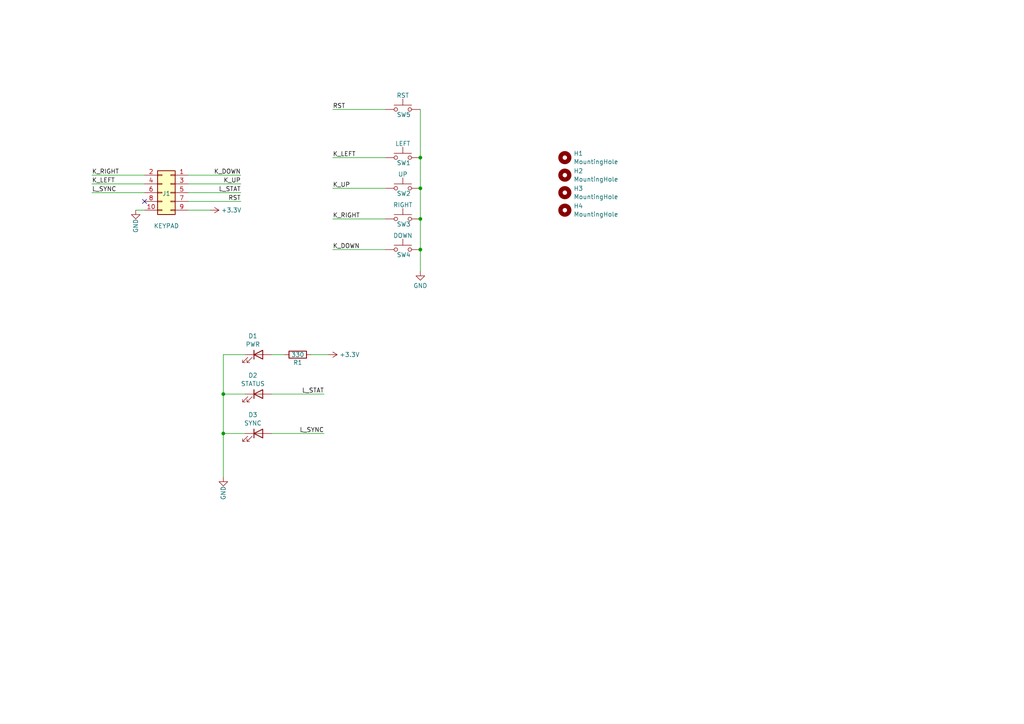
<source format=kicad_sch>
(kicad_sch (version 20231120) (generator "eeschema") (generator_version "8.0")
  (paper "A4")
  (lib_symbols
    (symbol "Connector_Generic:Conn_02x05_Odd_Even" (pin_names (offset 1.016) hide)
      (property "Reference" "J" (at 1.27 7.62 0))
      (property "Value" "Conn_02x05_Odd_Even" (at 1.27 -7.62 0))
      (symbol "Conn_02x05_Odd_Even_1_1"
        (rectangle (start -1.27 -4.953) (end 0 -5.207) (stroke (width 0.1524)))
        (rectangle (start -1.27 -2.413) (end 0 -2.667) (stroke (width 0.1524)))
        (rectangle (start -1.27 0.127) (end 0 -0.127) (stroke (width 0.1524)))
        (rectangle (start -1.27 2.667) (end 0 2.413) (stroke (width 0.1524)))
        (rectangle (start -1.27 5.207) (end 0 4.953) (stroke (width 0.1524)))
        (rectangle (start -1.27 6.35) (end 3.81 -6.35) (stroke (width 0.254)) (fill (type background)))
        (rectangle (start 3.81 -4.953) (end 2.54 -5.207) (stroke (width 0.1524)))
        (rectangle (start 3.81 -2.413) (end 2.54 -2.667) (stroke (width 0.1524)))
        (rectangle (start 3.81 0.127) (end 2.54 -0.127) (stroke (width 0.1524)))
        (rectangle (start 3.81 2.667) (end 2.54 2.413) (stroke (width 0.1524)))
        (rectangle (start 3.81 5.207) (end 2.54 4.953) (stroke (width 0.1524)))
        (pin passive line (at -5.08 5.08 0) (length 3.81) (name "Pin_1") (number "1"))
        (pin passive line (at 7.62 -5.08 180) (length 3.81) (name "Pin_10") (number "10"))
        (pin passive line (at 7.62 5.08 180) (length 3.81) (name "Pin_2") (number "2"))
        (pin passive line (at -5.08 2.54 0) (length 3.81) (name "Pin_3") (number "3"))
        (pin passive line (at 7.62 2.54 180) (length 3.81) (name "Pin_4") (number "4"))
        (pin passive line (at -5.08 0 0) (length 3.81) (name "Pin_5") (number "5"))
        (pin passive line (at 7.62 0 180) (length 3.81) (name "Pin_6") (number "6"))
        (pin passive line (at -5.08 -2.54 0) (length 3.81) (name "Pin_7") (number "7"))
        (pin passive line (at 7.62 -2.54 180) (length 3.81) (name "Pin_8") (number "8"))
        (pin passive line (at -5.08 -5.08 0) (length 3.81) (name "Pin_9") (number "9"))
      )
    )
    (symbol "Device:LED" (pin_numbers hide) (pin_names (offset 1.016) hide)
      (property "Reference" "D" (at 0 2.54 0))
      (property "Value" "LED" (at 0 -2.54 0))
      (symbol "LED_0_1"
        (polyline (pts (xy -1.27 -1.27) (xy -1.27 1.27)) (stroke (width 0.254)))
        (polyline (pts (xy -1.27 0) (xy 1.27 0)))
        (polyline (pts (xy 1.27 -1.27) (xy 1.27 1.27) (xy -1.27 0) (xy 1.27 -1.27)) (stroke (width 0.254)))
        (polyline (pts (xy -3.048 -0.762) (xy -4.572 -2.286) (xy -3.81 -2.286) (xy -4.572 -2.286) (xy -4.572 -1.524)))
        (polyline (pts (xy -1.778 -0.762) (xy -3.302 -2.286) (xy -2.54 -2.286) (xy -3.302 -2.286) (xy -3.302 -1.524)))
      )
      (symbol "LED_1_1"
        (pin passive line (at -3.81 0 0) (length 2.54) (name "K") (number "1"))
        (pin passive line (at 3.81 0 180) (length 2.54) (name "A") (number "2"))
      )
    )
    (symbol "Device:R" (pin_numbers hide) (pin_names (offset 0))
      (property "Reference" "R" (at 2.032 0 90))
      (property "Value" "R" (at 0 0 90))
      (symbol "R_0_1"
        (rectangle (start -1.016 -2.54) (end 1.016 2.54) (stroke (width 0.254)))
      )
      (symbol "R_1_1"
        (pin passive line (at 0 3.81 270) (length 1.27) (name "~") (number "1"))
        (pin passive line (at 0 -3.81 90) (length 1.27) (name "~") (number "2"))
      )
    )
    (symbol "Mechanical:MountingHole" (pin_names (offset 1.016))
      (property "Reference" "H" (at 0 5.08 0))
      (property "Value" "MountingHole" (at 0 3.175 0))
      (symbol "MountingHole_0_1"
        (circle (center 0 0) (radius 1.27) (stroke (width 1.27)))
      )
    )
    (symbol "Switch:SW_Push" (pin_numbers hide) (pin_names (offset 1.016) hide)
      (property "Reference" "SW" (at 1.27 2.54 0))
      (property "Value" "SW_Push" (at 0 -1.524 0))
      (symbol "SW_Push_0_1"
        (circle (center -2.032 0) (radius 0.508))
        (polyline (pts (xy 0 1.27) (xy 0 3.048)))
        (polyline (pts (xy 2.54 1.27) (xy -2.54 1.27)))
        (circle (center 2.032 0) (radius 0.508))
        (pin passive line (at -5.08 0 0) (length 2.54) (name "1") (number "1"))
        (pin passive line (at 5.08 0 180) (length 2.54) (name "2") (number "2"))
      )
    )
    (symbol "power:+3.3V" (power) (pin_numbers hide) (pin_names (offset 0) hide)
      (property "Value" "+3.3V" (at 0 3.556 0))
      (symbol "+3.3V_0_1"
        (polyline (pts (xy -0.762 1.27) (xy 0 2.54)))
        (polyline (pts (xy 0 0) (xy 0 2.54)))
        (polyline (pts (xy 0 2.54) (xy 0.762 1.27)))
      )
      (symbol "+3.3V_1_1"
        (pin power_in line (at 0 0 90) (length 0) (name "~") (number "1"))
      )
    )
    (symbol "power:GND" (power) (pin_numbers hide) (pin_names (offset 0) hide)
      (property "Value" "GND" (at 0 -3.81 0))
      (symbol "GND_0_1"
        (polyline (pts (xy 0 0) (xy 0 -1.27) (xy 1.27 -1.27) (xy 0 -2.54) (xy -1.27 -1.27) (xy 0 -1.27)))
      )
      (symbol "GND_1_1"
        (pin power_in line (at 0 0 270) (length 0) (name "~") (number "1"))
      )
    )
  )
  (junction (at 64.77 114.3))
  (junction (at 121.92 72.39))
  (junction (at 64.77 125.73))
  (junction (at 121.92 45.72))
  (junction (at 121.92 63.5))
  (junction (at 121.92 54.61))
  (no_connect (at 41.91 58.42))
  (wire (pts (xy 41.91 55.88) (xy 26.67 55.88)))
  (wire (pts (xy 121.92 72.39) (xy 121.92 78.74)))
  (wire (pts (xy 64.77 125.73) (xy 64.77 138.43)))
  (wire (pts (xy 64.77 114.3) (xy 71.12 114.3)))
  (wire (pts (xy 41.91 60.96) (xy 39.37 60.96)))
  (wire (pts (xy 64.77 102.87) (xy 64.77 114.3)))
  (wire (pts (xy 90.17 102.87) (xy 95.25 102.87)))
  (wire (pts (xy 54.61 50.8) (xy 69.85 50.8)))
  (wire (pts (xy 54.61 60.96) (xy 60.96 60.96)))
  (wire (pts (xy 111.76 31.75) (xy 96.52 31.75)))
  (wire (pts (xy 111.76 63.5) (xy 96.52 63.5)))
  (wire (pts (xy 78.74 102.87) (xy 82.55 102.87)))
  (wire (pts (xy 111.76 45.72) (xy 96.52 45.72)))
  (wire (pts (xy 54.61 55.88) (xy 69.85 55.88)))
  (wire (pts (xy 121.92 63.5) (xy 121.92 72.39)))
  (wire (pts (xy 71.12 102.87) (xy 64.77 102.87)))
  (wire (pts (xy 54.61 53.34) (xy 69.85 53.34)))
  (wire (pts (xy 121.92 31.75) (xy 121.92 45.72)))
  (wire (pts (xy 111.76 54.61) (xy 96.52 54.61)))
  (wire (pts (xy 64.77 125.73) (xy 71.12 125.73)))
  (wire (pts (xy 41.91 50.8) (xy 26.67 50.8)))
  (wire (pts (xy 64.77 114.3) (xy 64.77 125.73)))
  (wire (pts (xy 78.74 114.3) (xy 93.98 114.3)))
  (wire (pts (xy 121.92 45.72) (xy 121.92 54.61)))
  (wire (pts (xy 54.61 58.42) (xy 69.85 58.42)))
  (wire (pts (xy 41.91 53.34) (xy 26.67 53.34)))
  (wire (pts (xy 111.76 72.39) (xy 96.52 72.39)))
  (wire (pts (xy 121.92 54.61) (xy 121.92 63.5)))
  (wire (pts (xy 78.74 125.73) (xy 93.98 125.73)))
  (label "K_UP" (at 69.85 53.34 180))
  (label "K_DOWN" (at 96.52 72.39 0))
  (label "K_RIGHT" (at 96.52 63.5 0))
  (label "L_SYNC" (at 93.98 125.73 180))
  (label "L_STAT" (at 69.85 55.88 180))
  (label "L_SYNC" (at 26.67 55.88 0))
  (label "RST" (at 96.52 31.75 0))
  (label "K_RIGHT" (at 26.67 50.8 0))
  (label "K_DOWN" (at 69.85 50.8 180))
  (label "K_LEFT" (at 26.67 53.34 0))
  (label "L_STAT" (at 93.98 114.3 180))
  (label "K_UP" (at 96.52 54.61 0))
  (label "K_LEFT" (at 96.52 45.72 0))
  (label "RST" (at 69.85 58.42 180))
  (symbol (lib_id "Mechanical:MountingHole") (at 163.83 50.8 0) (unit 1)
    (property "Reference" "H2" (at 166.37 49.5878 0) (effects (justify left)))
    (property "Value" "MountingHole" (at 166.37 52.0121 0) (effects (justify left)))
    (property "Footprint" "MountingHole:MountingHole_3.2mm_M3_ISO7380_Pad" (effects (hide yes)))
    (property "Description" "Mounting Hole without connection" (effects (hide yes)))
  )
  (symbol (lib_id "Device:R") (at 86.36 102.87 90) (unit 1)
    (property "Reference" "R1" (at 86.36 105.156 90))
    (property "Value" "330" (at 86.36 102.87 90))
    (property "Footprint" "Resistor_SMD:R_0805_2012Metric_Pad1.20x1.40mm_HandSolder" (effects (hide yes)))
  )
  (symbol (lib_id "Switch:SW_Push") (at 116.84 45.72 0) (unit 1)
    (property "Reference" "SW1" (at 117.094 47.244 0))
    (property "Value" "LEFT" (at 116.84 41.656 0))
    (property "Footprint" "Button_Switch_SMD:SW_Push_1P1T_NO_6x6mm_H9.5mm" (effects (hide yes)))
    (property "Description" "Push button switch, generic, two pins" (effects (hide yes)))
  )
  (symbol (lib_id "Mechanical:MountingHole") (at 163.83 45.72 0) (unit 1)
    (property "Reference" "H1" (at 166.37 44.5078 0) (effects (justify left)))
    (property "Value" "MountingHole" (at 166.37 46.9321 0) (effects (justify left)))
    (property "Footprint" "MountingHole:MountingHole_3.2mm_M3_ISO7380_Pad" (effects (hide yes)))
    (property "Description" "Mounting Hole without connection" (effects (hide yes)))
  )
  (symbol (lib_id "Switch:SW_Push") (at 116.84 31.75 0) (unit 1)
    (property "Reference" "SW5" (at 117.094 33.274 0))
    (property "Value" "RST" (at 116.84 27.686 0))
    (property "Footprint" "Button_Switch_SMD:SW_Push_1P1T_NO_6x6mm_H9.5mm" (effects (hide yes)))
    (property "Description" "Push button switch, generic, two pins" (effects (hide yes)))
  )
  (symbol (lib_id "Switch:SW_Push") (at 116.84 63.5 0) (unit 1)
    (property "Reference" "SW3" (at 117.094 65.024 0))
    (property "Value" "RIGHT" (at 116.84 59.436 0))
    (property "Footprint" "Button_Switch_SMD:SW_Push_1P1T_NO_6x6mm_H9.5mm" (effects (hide yes)))
    (property "Description" "Push button switch, generic, two pins" (effects (hide yes)))
  )
  (symbol (lib_id "power:GND") (at 64.77 138.43 0) (unit 1)
    (property "Reference" "#PWR05" (effects (hide yes)))
    (property "Value" "GND" (at 64.77 143.002 90))
    (property "Description" "Power symbol creates a global label with name \"GND\" , ground" (effects (hide yes)))
  )
  (symbol (lib_id "power:GND") (at 39.37 60.96 0) (unit 1)
    (property "Reference" "#PWR03" (effects (hide yes)))
    (property "Value" "GND" (at 39.37 65.532 90))
    (property "Description" "Power symbol creates a global label with name \"GND\" , ground" (effects (hide yes)))
  )
  (symbol (lib_id "Mechanical:MountingHole") (at 163.83 55.88 0) (unit 1)
    (property "Reference" "H3" (at 166.37 54.6678 0) (effects (justify left)))
    (property "Value" "MountingHole" (at 166.37 57.0921 0) (effects (justify left)))
    (property "Footprint" "MountingHole:MountingHole_3.2mm_M3_ISO7380_Pad" (effects (hide yes)))
    (property "Description" "Mounting Hole without connection" (effects (hide yes)))
  )
  (symbol (lib_id "Device:LED") (at 74.93 125.73 0) (unit 1)
    (property "Reference" "D3" (at 73.3425 120.3155 0))
    (property "Value" "SYNC" (at 73.3425 122.7398 0))
    (property "Footprint" "LED_SMD:LED_0603_1608Metric_Pad1.05x0.95mm_HandSolder" (effects (hide yes)))
    (property "Description" "Light emitting diode" (effects (hide yes)))
  )
  (symbol (lib_id "Mechanical:MountingHole") (at 163.83 60.96 0) (unit 1)
    (property "Reference" "H4" (at 166.37 59.7478 0) (effects (justify left)))
    (property "Value" "MountingHole" (at 166.37 62.1721 0) (effects (justify left)))
    (property "Footprint" "MountingHole:MountingHole_3.2mm_M3_ISO7380_Pad" (effects (hide yes)))
    (property "Description" "Mounting Hole without connection" (effects (hide yes)))
  )
  (symbol (lib_id "Switch:SW_Push") (at 116.84 54.61 0) (unit 1)
    (property "Reference" "SW2" (at 117.094 56.134 0))
    (property "Value" "UP" (at 116.84 50.546 0))
    (property "Footprint" "Button_Switch_SMD:SW_Push_1P1T_NO_6x6mm_H9.5mm" (effects (hide yes)))
    (property "Description" "Push button switch, generic, two pins" (effects (hide yes)))
  )
  (symbol (lib_id "power:GND") (at 121.92 78.74 0) (unit 1)
    (property "Reference" "#PWR02" (effects (hide yes)))
    (property "Value" "GND" (at 121.92 82.8731 0))
    (property "Description" "Power symbol creates a global label with name \"GND\" , ground" (effects (hide yes)))
  )
  (symbol (lib_id "Connector_Generic:Conn_02x05_Odd_Even") (at 49.53 55.88 0) (mirror y) (unit 1)
    (property "Reference" "J1" (at 48.26 56.134 0))
    (property "Value" "KEYPAD" (at 48.26 65.532 0))
    (property "Footprint" "Connector_IDC:IDC-Header_2x05_P2.54mm_Vertical" (effects (hide yes)))
    (property "Description" "Generic connector, double row, 02x05, odd/even pin numbering scheme (row 1 odd numbers, row 2 even numbers), script generated (kicad-library-utils/schlib/autogen/connector/)" (effects (hide yes)))
  )
  (symbol (lib_id "Device:LED") (at 74.93 114.3 0) (unit 1)
    (property "Reference" "D2" (at 73.3425 108.8855 0))
    (property "Value" "STATUS" (at 73.3425 111.3098 0))
    (property "Footprint" "LED_SMD:LED_0603_1608Metric_Pad1.05x0.95mm_HandSolder" (effects (hide yes)))
    (property "Description" "Light emitting diode" (effects (hide yes)))
  )
  (symbol (lib_id "power:+3.3V") (at 60.96 60.96 270) (unit 1)
    (property "Reference" "#PWR04" (effects (hide yes)))
    (property "Value" "+3.3V" (at 64.135 60.96 90) (effects (justify left)))
    (property "Description" "Power symbol creates a global label with name \"+3.3V\"" (effects (hide yes)))
  )
  (symbol (lib_id "power:+3.3V") (at 95.25 102.87 270) (unit 1)
    (property "Reference" "#PWR01" (effects (hide yes)))
    (property "Value" "+3.3V" (at 98.425 102.87 90) (effects (justify left)))
    (property "Description" "Power symbol creates a global label with name \"+3.3V\"" (effects (hide yes)))
  )
  (symbol (lib_id "Device:LED") (at 74.93 102.87 0) (unit 1)
    (property "Reference" "D1" (at 73.3425 97.4555 0))
    (property "Value" "PWR" (at 73.3425 99.8798 0))
    (property "Footprint" "LED_SMD:LED_0603_1608Metric_Pad1.05x0.95mm_HandSolder" (effects (hide yes)))
    (property "Description" "Light emitting diode" (effects (hide yes)))
  )
  (symbol (lib_id "Switch:SW_Push") (at 116.84 72.39 0) (unit 1)
    (property "Reference" "SW4" (at 117.094 73.914 0))
    (property "Value" "DOWN" (at 116.84 68.326 0))
    (property "Footprint" "Button_Switch_SMD:SW_Push_1P1T_NO_6x6mm_H9.5mm" (effects (hide yes)))
    (property "Description" "Push button switch, generic, two pins" (effects (hide yes)))
  )
)
</source>
